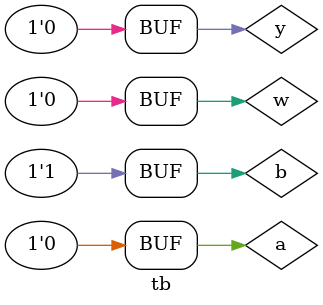
<source format=v>
module tb;

reg a=0;
reg b=1;
wire y;
reg w;

assign y=a&b;
always@(b)
begin
w=a&b;
end
endmodule
</source>
